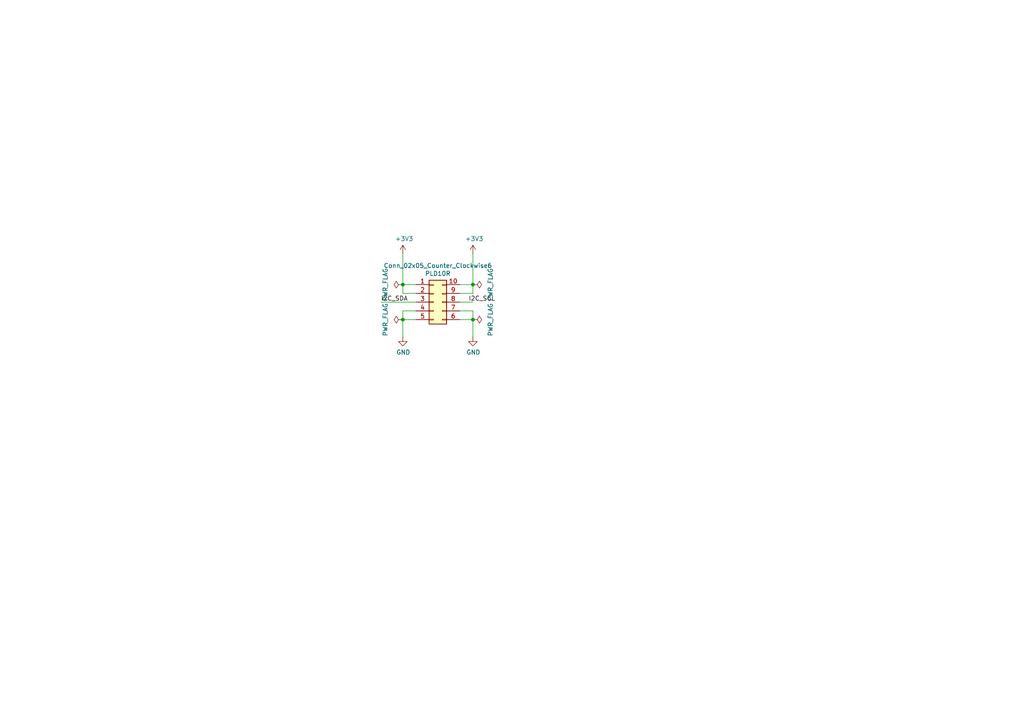
<source format=kicad_sch>
(kicad_sch
	(version 20231120)
	(generator "eeschema")
	(generator_version "8.0")
	(uuid "4319e02e-193b-465e-a4fb-c66fb7a9e273")
	(paper "A4")
	(lib_symbols
		(symbol "Connector_Generic:Conn_02x05_Counter_Clockwise"
			(pin_names
				(offset 1.016) hide)
			(exclude_from_sim no)
			(in_bom yes)
			(on_board yes)
			(property "Reference" "Conn_02x05_Counter_Clockwise6"
				(at 1.27 10.5918 0)
				(effects
					(font
						(size 1.27 1.27)
					)
				)
			)
			(property "Value" "PLD10R"
				(at 1.27 8.2804 0)
				(effects
					(font
						(size 1.27 1.27)
					)
				)
			)
			(property "Footprint" "Connector_PinHeader_2.54mm:PinHeader_2x05_P2.54mm_Horizontal"
				(at 0 0 0)
				(effects
					(font
						(size 1.27 1.27)
					)
					(hide yes)
				)
			)
			(property "Datasheet" "https://file.elecfans.com/web1/M00/81/AC/o4YBAFw2vnKAaVFEACnRtF3lcuA967.pdf"
				(at 0 0 0)
				(effects
					(font
						(size 1.27 1.27)
					)
					(hide yes)
				)
			)
			(property "Description" "Pin Headers spacing 2.54mm 10Pins (2x5) brass gold-plated elbow"
				(at 0 0 0)
				(effects
					(font
						(size 1.27 1.27)
					)
					(hide yes)
				)
			)
			(property "manf#" "A2541WR-2x5P"
				(at 0 0 0)
				(effects
					(font
						(size 1.27 1.27)
					)
					(hide yes)
				)
			)
			(property "ki_keywords" "connector"
				(at 0 0 0)
				(effects
					(font
						(size 1.27 1.27)
					)
					(hide yes)
				)
			)
			(property "ki_fp_filters" "Connector*:*_2x??_*"
				(at 0 0 0)
				(effects
					(font
						(size 1.27 1.27)
					)
					(hide yes)
				)
			)
			(symbol "Conn_02x05_Counter_Clockwise_1_1"
				(rectangle
					(start -1.27 -4.953)
					(end 0 -5.207)
					(stroke
						(width 0.1524)
						(type default)
					)
					(fill
						(type none)
					)
				)
				(rectangle
					(start -1.27 -2.413)
					(end 0 -2.667)
					(stroke
						(width 0.1524)
						(type default)
					)
					(fill
						(type none)
					)
				)
				(rectangle
					(start -1.27 0.127)
					(end 0 -0.127)
					(stroke
						(width 0.1524)
						(type default)
					)
					(fill
						(type none)
					)
				)
				(rectangle
					(start -1.27 2.54)
					(end 0 2.286)
					(stroke
						(width 0.1524)
						(type default)
					)
					(fill
						(type none)
					)
				)
				(rectangle
					(start -1.27 5.08)
					(end 0 4.826)
					(stroke
						(width 0.1524)
						(type default)
					)
					(fill
						(type none)
					)
				)
				(rectangle
					(start -1.27 6.35)
					(end 3.81 -6.35)
					(stroke
						(width 0.254)
						(type default)
					)
					(fill
						(type background)
					)
				)
				(rectangle
					(start 2.54 -2.413)
					(end 3.81 -2.667)
					(stroke
						(width 0.1524)
						(type default)
					)
					(fill
						(type none)
					)
				)
				(rectangle
					(start 2.54 2.54)
					(end 3.81 2.286)
					(stroke
						(width 0.1524)
						(type default)
					)
					(fill
						(type none)
					)
				)
				(rectangle
					(start 2.54 5.08)
					(end 3.81 4.826)
					(stroke
						(width 0.1524)
						(type default)
					)
					(fill
						(type none)
					)
				)
				(rectangle
					(start 3.81 -4.953)
					(end 2.54 -5.207)
					(stroke
						(width 0.1524)
						(type default)
					)
					(fill
						(type none)
					)
				)
				(rectangle
					(start 3.81 0.127)
					(end 2.54 -0.127)
					(stroke
						(width 0.1524)
						(type default)
					)
					(fill
						(type none)
					)
				)
				(pin passive line
					(at -5.08 5.08 0)
					(length 3.81)
					(name "Pin_1"
						(effects
							(font
								(size 1.27 1.27)
							)
						)
					)
					(number "1"
						(effects
							(font
								(size 1.27 1.27)
							)
						)
					)
				)
				(pin passive line
					(at 7.62 5.08 180)
					(length 3.81)
					(name "Pin_10"
						(effects
							(font
								(size 1.27 1.27)
							)
						)
					)
					(number "10"
						(effects
							(font
								(size 1.27 1.27)
							)
						)
					)
				)
				(pin passive line
					(at -5.08 2.54 0)
					(length 3.81)
					(name "Pin_2"
						(effects
							(font
								(size 1.27 1.27)
							)
						)
					)
					(number "2"
						(effects
							(font
								(size 1.27 1.27)
							)
						)
					)
				)
				(pin passive line
					(at -5.08 0 0)
					(length 3.81)
					(name "Pin_3"
						(effects
							(font
								(size 1.27 1.27)
							)
						)
					)
					(number "3"
						(effects
							(font
								(size 1.27 1.27)
							)
						)
					)
				)
				(pin passive line
					(at -5.08 -2.54 0)
					(length 3.81)
					(name "Pin_4"
						(effects
							(font
								(size 1.27 1.27)
							)
						)
					)
					(number "4"
						(effects
							(font
								(size 1.27 1.27)
							)
						)
					)
				)
				(pin passive line
					(at -5.08 -5.08 0)
					(length 3.81)
					(name "Pin_5"
						(effects
							(font
								(size 1.27 1.27)
							)
						)
					)
					(number "5"
						(effects
							(font
								(size 1.27 1.27)
							)
						)
					)
				)
				(pin passive line
					(at 7.62 -5.08 180)
					(length 3.81)
					(name "Pin_6"
						(effects
							(font
								(size 1.27 1.27)
							)
						)
					)
					(number "6"
						(effects
							(font
								(size 1.27 1.27)
							)
						)
					)
				)
				(pin passive line
					(at 7.62 -2.54 180)
					(length 3.81)
					(name "Pin_7"
						(effects
							(font
								(size 1.27 1.27)
							)
						)
					)
					(number "7"
						(effects
							(font
								(size 1.27 1.27)
							)
						)
					)
				)
				(pin passive line
					(at 7.62 0 180)
					(length 3.81)
					(name "Pin_8"
						(effects
							(font
								(size 1.27 1.27)
							)
						)
					)
					(number "8"
						(effects
							(font
								(size 1.27 1.27)
							)
						)
					)
				)
				(pin passive line
					(at 7.62 2.54 180)
					(length 3.81)
					(name "Pin_9"
						(effects
							(font
								(size 1.27 1.27)
							)
						)
					)
					(number "9"
						(effects
							(font
								(size 1.27 1.27)
							)
						)
					)
				)
			)
		)
		(symbol "motor_controller_50mm-rescue:+3.3V-power"
			(power)
			(pin_names
				(offset 0)
			)
			(exclude_from_sim no)
			(in_bom yes)
			(on_board yes)
			(property "Reference" "#PWR"
				(at 0 -3.81 0)
				(effects
					(font
						(size 1.27 1.27)
					)
					(hide yes)
				)
			)
			(property "Value" "+3.3V-power"
				(at 0 3.556 0)
				(effects
					(font
						(size 1.27 1.27)
					)
				)
			)
			(property "Footprint" ""
				(at 0 0 0)
				(effects
					(font
						(size 1.27 1.27)
					)
					(hide yes)
				)
			)
			(property "Datasheet" ""
				(at 0 0 0)
				(effects
					(font
						(size 1.27 1.27)
					)
					(hide yes)
				)
			)
			(property "Description" ""
				(at 0 0 0)
				(effects
					(font
						(size 1.27 1.27)
					)
					(hide yes)
				)
			)
			(symbol "+3.3V-power_0_1"
				(polyline
					(pts
						(xy -0.762 1.27) (xy 0 2.54)
					)
					(stroke
						(width 0)
						(type solid)
					)
					(fill
						(type none)
					)
				)
				(polyline
					(pts
						(xy 0 0) (xy 0 2.54)
					)
					(stroke
						(width 0)
						(type solid)
					)
					(fill
						(type none)
					)
				)
				(polyline
					(pts
						(xy 0 2.54) (xy 0.762 1.27)
					)
					(stroke
						(width 0)
						(type solid)
					)
					(fill
						(type none)
					)
				)
			)
			(symbol "+3.3V-power_1_1"
				(pin power_in line
					(at 0 0 90)
					(length 0) hide
					(name "+3V3"
						(effects
							(font
								(size 1.27 1.27)
							)
						)
					)
					(number "1"
						(effects
							(font
								(size 1.27 1.27)
							)
						)
					)
				)
			)
		)
		(symbol "power:GND"
			(power)
			(pin_numbers hide)
			(pin_names
				(offset 0) hide)
			(exclude_from_sim no)
			(in_bom yes)
			(on_board yes)
			(property "Reference" "#PWR"
				(at 0 -6.35 0)
				(effects
					(font
						(size 1.27 1.27)
					)
					(hide yes)
				)
			)
			(property "Value" "GND"
				(at 0 -3.81 0)
				(effects
					(font
						(size 1.27 1.27)
					)
				)
			)
			(property "Footprint" ""
				(at 0 0 0)
				(effects
					(font
						(size 1.27 1.27)
					)
					(hide yes)
				)
			)
			(property "Datasheet" ""
				(at 0 0 0)
				(effects
					(font
						(size 1.27 1.27)
					)
					(hide yes)
				)
			)
			(property "Description" "Power symbol creates a global label with name \"GND\" , ground"
				(at 0 0 0)
				(effects
					(font
						(size 1.27 1.27)
					)
					(hide yes)
				)
			)
			(property "ki_keywords" "global power"
				(at 0 0 0)
				(effects
					(font
						(size 1.27 1.27)
					)
					(hide yes)
				)
			)
			(symbol "GND_0_1"
				(polyline
					(pts
						(xy 0 0) (xy 0 -1.27) (xy 1.27 -1.27) (xy 0 -2.54) (xy -1.27 -1.27) (xy 0 -1.27)
					)
					(stroke
						(width 0)
						(type default)
					)
					(fill
						(type none)
					)
				)
			)
			(symbol "GND_1_1"
				(pin power_in line
					(at 0 0 270)
					(length 0)
					(name "~"
						(effects
							(font
								(size 1.27 1.27)
							)
						)
					)
					(number "1"
						(effects
							(font
								(size 1.27 1.27)
							)
						)
					)
				)
			)
		)
		(symbol "power:PWR_FLAG"
			(power)
			(pin_numbers hide)
			(pin_names
				(offset 0) hide)
			(exclude_from_sim no)
			(in_bom yes)
			(on_board yes)
			(property "Reference" "#FLG"
				(at 0 1.905 0)
				(effects
					(font
						(size 1.27 1.27)
					)
					(hide yes)
				)
			)
			(property "Value" "PWR_FLAG"
				(at 0 3.81 0)
				(effects
					(font
						(size 1.27 1.27)
					)
				)
			)
			(property "Footprint" ""
				(at 0 0 0)
				(effects
					(font
						(size 1.27 1.27)
					)
					(hide yes)
				)
			)
			(property "Datasheet" "~"
				(at 0 0 0)
				(effects
					(font
						(size 1.27 1.27)
					)
					(hide yes)
				)
			)
			(property "Description" "Special symbol for telling ERC where power comes from"
				(at 0 0 0)
				(effects
					(font
						(size 1.27 1.27)
					)
					(hide yes)
				)
			)
			(property "ki_keywords" "flag power"
				(at 0 0 0)
				(effects
					(font
						(size 1.27 1.27)
					)
					(hide yes)
				)
			)
			(symbol "PWR_FLAG_0_0"
				(pin power_out line
					(at 0 0 90)
					(length 0)
					(name "~"
						(effects
							(font
								(size 1.27 1.27)
							)
						)
					)
					(number "1"
						(effects
							(font
								(size 1.27 1.27)
							)
						)
					)
				)
			)
			(symbol "PWR_FLAG_0_1"
				(polyline
					(pts
						(xy 0 0) (xy 0 1.27) (xy -1.016 1.905) (xy 0 2.54) (xy 1.016 1.905) (xy 0 1.27)
					)
					(stroke
						(width 0)
						(type default)
					)
					(fill
						(type none)
					)
				)
			)
		)
	)
	(junction
		(at 116.84 82.55)
		(diameter 0)
		(color 0 0 0 0)
		(uuid "84599fa5-6a90-4764-8f8d-f6f4f436ab1e")
	)
	(junction
		(at 116.84 92.71)
		(diameter 0)
		(color 0 0 0 0)
		(uuid "b290fa5b-5675-4f43-95d9-9e8d4f36c38d")
	)
	(junction
		(at 137.16 92.71)
		(diameter 0)
		(color 0 0 0 0)
		(uuid "c702e141-b196-42fd-aeb5-73e7c609d504")
	)
	(junction
		(at 137.16 82.55)
		(diameter 0)
		(color 0 0 0 0)
		(uuid "e43aaf31-fc05-4d97-af30-f1d43b0b93f6")
	)
	(wire
		(pts
			(xy 137.16 97.79) (xy 137.16 92.71)
		)
		(stroke
			(width 0)
			(type default)
		)
		(uuid "0d86fe51-c57b-499b-8f5e-479a31f997e8")
	)
	(wire
		(pts
			(xy 116.84 92.71) (xy 116.84 97.79)
		)
		(stroke
			(width 0)
			(type default)
		)
		(uuid "1bb539e2-b2cb-4818-9bc5-1095ef00ad95")
	)
	(wire
		(pts
			(xy 133.35 90.17) (xy 137.16 90.17)
		)
		(stroke
			(width 0)
			(type default)
		)
		(uuid "256444af-f560-484c-9f2f-4e08c0bf5a2b")
	)
	(wire
		(pts
			(xy 137.16 82.55) (xy 137.16 73.66)
		)
		(stroke
			(width 0)
			(type default)
		)
		(uuid "40cf51c2-109f-4e22-9d78-8d6adf6154e2")
	)
	(wire
		(pts
			(xy 137.16 85.09) (xy 137.16 82.55)
		)
		(stroke
			(width 0)
			(type default)
		)
		(uuid "6045ae10-fd59-4fde-b81e-72db9631d9a2")
	)
	(wire
		(pts
			(xy 116.84 82.55) (xy 116.84 73.66)
		)
		(stroke
			(width 0)
			(type default)
		)
		(uuid "69c87580-9f76-4eaa-a0b9-c278ca101c1c")
	)
	(wire
		(pts
			(xy 137.16 82.55) (xy 133.35 82.55)
		)
		(stroke
			(width 0)
			(type default)
		)
		(uuid "7404899d-6273-45b8-8723-575ac758570b")
	)
	(wire
		(pts
			(xy 116.84 90.17) (xy 116.84 92.71)
		)
		(stroke
			(width 0)
			(type default)
		)
		(uuid "81fc80af-e343-455a-a566-0e071e3d8e1c")
	)
	(wire
		(pts
			(xy 137.16 87.63) (xy 133.35 87.63)
		)
		(stroke
			(width 0)
			(type default)
		)
		(uuid "84456765-dbce-4fd6-9d08-3dd949349865")
	)
	(wire
		(pts
			(xy 120.65 82.55) (xy 116.84 82.55)
		)
		(stroke
			(width 0)
			(type default)
		)
		(uuid "90a2c395-679c-458d-b78d-af3f4b20cf3b")
	)
	(wire
		(pts
			(xy 120.65 87.63) (xy 110.49 87.63)
		)
		(stroke
			(width 0)
			(type default)
		)
		(uuid "935e0719-2578-4de7-b01e-01f9f99a10cb")
	)
	(wire
		(pts
			(xy 133.35 85.09) (xy 137.16 85.09)
		)
		(stroke
			(width 0)
			(type default)
		)
		(uuid "ace646f2-b682-4271-8f73-e1a189988fbf")
	)
	(wire
		(pts
			(xy 137.16 92.71) (xy 133.35 92.71)
		)
		(stroke
			(width 0)
			(type default)
		)
		(uuid "af721db2-1637-43fd-9463-b7f43b4e3775")
	)
	(wire
		(pts
			(xy 116.84 85.09) (xy 120.65 85.09)
		)
		(stroke
			(width 0)
			(type default)
		)
		(uuid "b8d6e8e7-476d-4bc9-bf6d-1356f01c7c8d")
	)
	(wire
		(pts
			(xy 137.16 90.17) (xy 137.16 92.71)
		)
		(stroke
			(width 0)
			(type default)
		)
		(uuid "de9b9cc3-217b-4fd9-ac67-732de89e14fd")
	)
	(wire
		(pts
			(xy 120.65 90.17) (xy 116.84 90.17)
		)
		(stroke
			(width 0)
			(type default)
		)
		(uuid "e0beb59e-22fd-4fca-b770-f724674d0b4b")
	)
	(wire
		(pts
			(xy 116.84 82.55) (xy 116.84 85.09)
		)
		(stroke
			(width 0)
			(type default)
		)
		(uuid "eff5a1b0-a357-4d3a-af32-2b012cd068a7")
	)
	(wire
		(pts
			(xy 116.84 92.71) (xy 120.65 92.71)
		)
		(stroke
			(width 0)
			(type default)
		)
		(uuid "fd2de58e-ac12-4a3a-ac16-cd76dd6acc52")
	)
	(label "I2C_SCL"
		(at 135.89 87.63 0)
		(fields_autoplaced yes)
		(effects
			(font
				(size 1.27 1.27)
			)
			(justify left bottom)
		)
		(uuid "201a684d-7e12-4512-af00-84372b558fdf")
	)
	(label "I2C_SDA"
		(at 110.49 87.63 0)
		(fields_autoplaced yes)
		(effects
			(font
				(size 1.27 1.27)
			)
			(justify left bottom)
		)
		(uuid "873ebe23-235a-4e1c-a5aa-0c92d0f4f57b")
	)
	(symbol
		(lib_id "motor_controller_50mm-rescue:+3.3V-power")
		(at 116.84 73.66 0)
		(unit 1)
		(exclude_from_sim no)
		(in_bom yes)
		(on_board yes)
		(dnp no)
		(uuid "19cfe40d-419e-4c7d-80b6-ffa3fbcdbfb4")
		(property "Reference" "#PWR033"
			(at 116.84 77.47 0)
			(effects
				(font
					(size 1.27 1.27)
				)
				(hide yes)
			)
		)
		(property "Value" "+3V3"
			(at 117.221 69.2658 0)
			(effects
				(font
					(size 1.27 1.27)
				)
			)
		)
		(property "Footprint" ""
			(at 116.84 73.66 0)
			(effects
				(font
					(size 1.27 1.27)
				)
				(hide yes)
			)
		)
		(property "Datasheet" ""
			(at 116.84 73.66 0)
			(effects
				(font
					(size 1.27 1.27)
				)
				(hide yes)
			)
		)
		(property "Description" ""
			(at 116.84 73.66 0)
			(effects
				(font
					(size 1.27 1.27)
				)
				(hide yes)
			)
		)
		(pin "1"
			(uuid "038f3347-a8a1-4e38-97d0-d3dcd70d5a6a")
		)
		(instances
			(project "Controllers"
				(path "/0d975edd-657e-4ffa-a06b-b9e7874b08d6/1641af59-1197-4a35-8f18-d13b53c1fdaa/c671fc30-5732-4f67-b0bf-1a81538a21bf"
					(reference "#PWR0398")
					(unit 1)
				)
				(path "/0d975edd-657e-4ffa-a06b-b9e7874b08d6/24c0eb69-bd76-4742-bef9-535118effb30/c671fc30-5732-4f67-b0bf-1a81538a21bf"
					(reference "#PWR0106")
					(unit 1)
				)
				(path "/0d975edd-657e-4ffa-a06b-b9e7874b08d6/4d5ea5bf-2113-48a7-8fec-5f7f187eb6ac/c671fc30-5732-4f67-b0bf-1a81538a21bf"
					(reference "#PWR0325")
					(unit 1)
				)
				(path "/0d975edd-657e-4ffa-a06b-b9e7874b08d6/566aeadd-41eb-48d5-bdea-638f7a89d2bc/c671fc30-5732-4f67-b0bf-1a81538a21bf"
					(reference "#PWR033")
					(unit 1)
				)
				(path "/0d975edd-657e-4ffa-a06b-b9e7874b08d6/5fd9ddc7-22ac-4d93-8633-286cdab7cc37/c671fc30-5732-4f67-b0bf-1a81538a21bf"
					(reference "#PWR0179")
					(unit 1)
				)
				(path "/0d975edd-657e-4ffa-a06b-b9e7874b08d6/cb50d06f-fd5f-4d76-ab9f-279452512cbc/c671fc30-5732-4f67-b0bf-1a81538a21bf"
					(reference "#PWR0252")
					(unit 1)
				)
			)
		)
	)
	(symbol
		(lib_id "power:GND")
		(at 116.84 97.79 0)
		(unit 1)
		(exclude_from_sim no)
		(in_bom yes)
		(on_board yes)
		(dnp no)
		(uuid "3f80a26b-fd1a-47a5-b1fa-e443e1c27279")
		(property "Reference" "#PWR034"
			(at 116.84 104.14 0)
			(effects
				(font
					(size 1.27 1.27)
				)
				(hide yes)
			)
		)
		(property "Value" "GND"
			(at 116.967 102.1842 0)
			(effects
				(font
					(size 1.27 1.27)
				)
			)
		)
		(property "Footprint" ""
			(at 116.84 97.79 0)
			(effects
				(font
					(size 1.27 1.27)
				)
				(hide yes)
			)
		)
		(property "Datasheet" ""
			(at 116.84 97.79 0)
			(effects
				(font
					(size 1.27 1.27)
				)
				(hide yes)
			)
		)
		(property "Description" "Power symbol creates a global label with name \"GND\" , ground"
			(at 116.84 97.79 0)
			(effects
				(font
					(size 1.27 1.27)
				)
				(hide yes)
			)
		)
		(pin "1"
			(uuid "1c29d682-b9be-4f41-8ce4-a5c4dedb4f2a")
		)
		(instances
			(project "Controllers"
				(path "/0d975edd-657e-4ffa-a06b-b9e7874b08d6/1641af59-1197-4a35-8f18-d13b53c1fdaa/c671fc30-5732-4f67-b0bf-1a81538a21bf"
					(reference "#PWR0399")
					(unit 1)
				)
				(path "/0d975edd-657e-4ffa-a06b-b9e7874b08d6/24c0eb69-bd76-4742-bef9-535118effb30/c671fc30-5732-4f67-b0bf-1a81538a21bf"
					(reference "#PWR0107")
					(unit 1)
				)
				(path "/0d975edd-657e-4ffa-a06b-b9e7874b08d6/4d5ea5bf-2113-48a7-8fec-5f7f187eb6ac/c671fc30-5732-4f67-b0bf-1a81538a21bf"
					(reference "#PWR0326")
					(unit 1)
				)
				(path "/0d975edd-657e-4ffa-a06b-b9e7874b08d6/566aeadd-41eb-48d5-bdea-638f7a89d2bc/c671fc30-5732-4f67-b0bf-1a81538a21bf"
					(reference "#PWR034")
					(unit 1)
				)
				(path "/0d975edd-657e-4ffa-a06b-b9e7874b08d6/5fd9ddc7-22ac-4d93-8633-286cdab7cc37/c671fc30-5732-4f67-b0bf-1a81538a21bf"
					(reference "#PWR0180")
					(unit 1)
				)
				(path "/0d975edd-657e-4ffa-a06b-b9e7874b08d6/cb50d06f-fd5f-4d76-ab9f-279452512cbc/c671fc30-5732-4f67-b0bf-1a81538a21bf"
					(reference "#PWR0253")
					(unit 1)
				)
			)
		)
	)
	(symbol
		(lib_id "Connector_Generic:Conn_02x05_Counter_Clockwise")
		(at 125.73 87.63 0)
		(unit 1)
		(exclude_from_sim no)
		(in_bom yes)
		(on_board yes)
		(dnp no)
		(uuid "5e99020b-6b53-4c18-9f0a-dbad2996d044")
		(property "Reference" "Conn_02x05_Counter_Clockwise1"
			(at 127 77.0382 0)
			(effects
				(font
					(size 1.27 1.27)
				)
			)
		)
		(property "Value" "PLD10R"
			(at 127 79.3496 0)
			(effects
				(font
					(size 1.27 1.27)
				)
			)
		)
		(property "Footprint" "Connector_PinHeader_2.54mm:PinHeader_2x05_P2.54mm_Horizontal"
			(at 125.73 87.63 0)
			(effects
				(font
					(size 1.27 1.27)
				)
				(hide yes)
			)
		)
		(property "Datasheet" "https://file.elecfans.com/web1/M00/81/AC/o4YBAFw2vnKAaVFEACnRtF3lcuA967.pdf"
			(at 125.73 87.63 0)
			(effects
				(font
					(size 1.27 1.27)
				)
				(hide yes)
			)
		)
		(property "Description" "Pin Headers spacing 2.54mm 10Pins (2x5) brass gold-plated elbow"
			(at 125.73 87.63 0)
			(effects
				(font
					(size 1.27 1.27)
				)
				(hide yes)
			)
		)
		(property "manf#" "A2541WR-2x5P"
			(at 125.73 87.63 0)
			(effects
				(font
					(size 1.27 1.27)
				)
				(hide yes)
			)
		)
		(pin "1"
			(uuid "fd430c3b-8c2c-4660-807b-55eb17f3f12a")
		)
		(pin "10"
			(uuid "f6884db0-26bf-4937-b6b0-470fe19018c1")
		)
		(pin "3"
			(uuid "26f5b965-3181-4d62-90e2-30fa185ac953")
		)
		(pin "4"
			(uuid "58a153d4-ac97-4680-918b-1ffde4fb6c06")
		)
		(pin "5"
			(uuid "0b139a4b-5129-4c55-80b3-e60a0a01e9f3")
		)
		(pin "6"
			(uuid "2489b9f9-d7f7-4395-a892-e06abf16d6e7")
		)
		(pin "7"
			(uuid "4f56313f-4f1e-4bb7-8c40-5b0146c20d3c")
		)
		(pin "8"
			(uuid "c447b2f8-55db-4d79-b8e8-5ac0633ce6cd")
		)
		(pin "2"
			(uuid "7e93f489-193f-4dda-b29c-10fcc5acb108")
		)
		(pin "9"
			(uuid "8e497cc6-9b8b-4bad-ba2b-2abf304ddd79")
		)
		(instances
			(project "Controllers"
				(path "/0d975edd-657e-4ffa-a06b-b9e7874b08d6/1641af59-1197-4a35-8f18-d13b53c1fdaa/c671fc30-5732-4f67-b0bf-1a81538a21bf"
					(reference "Conn_02x05_Counter_Clockwise6")
					(unit 1)
				)
				(path "/0d975edd-657e-4ffa-a06b-b9e7874b08d6/24c0eb69-bd76-4742-bef9-535118effb30/c671fc30-5732-4f67-b0bf-1a81538a21bf"
					(reference "Conn_02x05_Counter_Clockwise2")
					(unit 1)
				)
				(path "/0d975edd-657e-4ffa-a06b-b9e7874b08d6/4d5ea5bf-2113-48a7-8fec-5f7f187eb6ac/c671fc30-5732-4f67-b0bf-1a81538a21bf"
					(reference "Conn_02x05_Counter_Clockwise5")
					(unit 1)
				)
				(path "/0d975edd-657e-4ffa-a06b-b9e7874b08d6/566aeadd-41eb-48d5-bdea-638f7a89d2bc/c671fc30-5732-4f67-b0bf-1a81538a21bf"
					(reference "Conn_02x05_Counter_Clockwise1")
					(unit 1)
				)
				(path "/0d975edd-657e-4ffa-a06b-b9e7874b08d6/5fd9ddc7-22ac-4d93-8633-286cdab7cc37/c671fc30-5732-4f67-b0bf-1a81538a21bf"
					(reference "Conn_02x05_Counter_Clockwise3")
					(unit 1)
				)
				(path "/0d975edd-657e-4ffa-a06b-b9e7874b08d6/cb50d06f-fd5f-4d76-ab9f-279452512cbc/c671fc30-5732-4f67-b0bf-1a81538a21bf"
					(reference "Conn_02x05_Counter_Clockwise4")
					(unit 1)
				)
			)
		)
	)
	(symbol
		(lib_id "power:PWR_FLAG")
		(at 137.16 82.55 270)
		(mirror x)
		(unit 1)
		(exclude_from_sim no)
		(in_bom yes)
		(on_board yes)
		(dnp no)
		(uuid "7d5efff9-a5da-4fb9-b456-a58fc174df5b")
		(property "Reference" "#FLG021"
			(at 139.065 82.55 0)
			(effects
				(font
					(size 1.27 1.27)
				)
				(hide yes)
			)
		)
		(property "Value" "PWR_FLAG"
			(at 142.24 82.55 0)
			(effects
				(font
					(size 1.27 1.27)
				)
			)
		)
		(property "Footprint" ""
			(at 137.16 82.55 0)
			(effects
				(font
					(size 1.27 1.27)
				)
				(hide yes)
			)
		)
		(property "Datasheet" "~"
			(at 137.16 82.55 0)
			(effects
				(font
					(size 1.27 1.27)
				)
				(hide yes)
			)
		)
		(property "Description" "Special symbol for telling ERC where power comes from"
			(at 137.16 82.55 0)
			(effects
				(font
					(size 1.27 1.27)
				)
				(hide yes)
			)
		)
		(pin "1"
			(uuid "c18fdeb6-3aad-4af5-b065-21cc754d0df6")
		)
		(instances
			(project "Controllers"
				(path "/0d975edd-657e-4ffa-a06b-b9e7874b08d6/1641af59-1197-4a35-8f18-d13b53c1fdaa/c671fc30-5732-4f67-b0bf-1a81538a21bf"
					(reference "#FLG041")
					(unit 1)
				)
				(path "/0d975edd-657e-4ffa-a06b-b9e7874b08d6/24c0eb69-bd76-4742-bef9-535118effb30/c671fc30-5732-4f67-b0bf-1a81538a21bf"
					(reference "#FLG025")
					(unit 1)
				)
				(path "/0d975edd-657e-4ffa-a06b-b9e7874b08d6/4d5ea5bf-2113-48a7-8fec-5f7f187eb6ac/c671fc30-5732-4f67-b0bf-1a81538a21bf"
					(reference "#FLG037")
					(unit 1)
				)
				(path "/0d975edd-657e-4ffa-a06b-b9e7874b08d6/566aeadd-41eb-48d5-bdea-638f7a89d2bc/c671fc30-5732-4f67-b0bf-1a81538a21bf"
					(reference "#FLG021")
					(unit 1)
				)
				(path "/0d975edd-657e-4ffa-a06b-b9e7874b08d6/5fd9ddc7-22ac-4d93-8633-286cdab7cc37/c671fc30-5732-4f67-b0bf-1a81538a21bf"
					(reference "#FLG029")
					(unit 1)
				)
				(path "/0d975edd-657e-4ffa-a06b-b9e7874b08d6/cb50d06f-fd5f-4d76-ab9f-279452512cbc/c671fc30-5732-4f67-b0bf-1a81538a21bf"
					(reference "#FLG033")
					(unit 1)
				)
			)
		)
	)
	(symbol
		(lib_id "power:PWR_FLAG")
		(at 116.84 92.71 90)
		(mirror x)
		(unit 1)
		(exclude_from_sim no)
		(in_bom yes)
		(on_board yes)
		(dnp no)
		(uuid "902c3f47-9f46-4817-9401-45a74e6fa457")
		(property "Reference" "#FLG020"
			(at 114.935 92.71 0)
			(effects
				(font
					(size 1.27 1.27)
				)
				(hide yes)
			)
		)
		(property "Value" "PWR_FLAG"
			(at 111.76 92.71 0)
			(effects
				(font
					(size 1.27 1.27)
				)
			)
		)
		(property "Footprint" ""
			(at 116.84 92.71 0)
			(effects
				(font
					(size 1.27 1.27)
				)
				(hide yes)
			)
		)
		(property "Datasheet" "~"
			(at 116.84 92.71 0)
			(effects
				(font
					(size 1.27 1.27)
				)
				(hide yes)
			)
		)
		(property "Description" "Special symbol for telling ERC where power comes from"
			(at 116.84 92.71 0)
			(effects
				(font
					(size 1.27 1.27)
				)
				(hide yes)
			)
		)
		(pin "1"
			(uuid "ffa32065-90e7-42cd-8cd7-7b0586960126")
		)
		(instances
			(project "Controllers"
				(path "/0d975edd-657e-4ffa-a06b-b9e7874b08d6/1641af59-1197-4a35-8f18-d13b53c1fdaa/c671fc30-5732-4f67-b0bf-1a81538a21bf"
					(reference "#FLG040")
					(unit 1)
				)
				(path "/0d975edd-657e-4ffa-a06b-b9e7874b08d6/24c0eb69-bd76-4742-bef9-535118effb30/c671fc30-5732-4f67-b0bf-1a81538a21bf"
					(reference "#FLG024")
					(unit 1)
				)
				(path "/0d975edd-657e-4ffa-a06b-b9e7874b08d6/4d5ea5bf-2113-48a7-8fec-5f7f187eb6ac/c671fc30-5732-4f67-b0bf-1a81538a21bf"
					(reference "#FLG036")
					(unit 1)
				)
				(path "/0d975edd-657e-4ffa-a06b-b9e7874b08d6/566aeadd-41eb-48d5-bdea-638f7a89d2bc/c671fc30-5732-4f67-b0bf-1a81538a21bf"
					(reference "#FLG020")
					(unit 1)
				)
				(path "/0d975edd-657e-4ffa-a06b-b9e7874b08d6/5fd9ddc7-22ac-4d93-8633-286cdab7cc37/c671fc30-5732-4f67-b0bf-1a81538a21bf"
					(reference "#FLG028")
					(unit 1)
				)
				(path "/0d975edd-657e-4ffa-a06b-b9e7874b08d6/cb50d06f-fd5f-4d76-ab9f-279452512cbc/c671fc30-5732-4f67-b0bf-1a81538a21bf"
					(reference "#FLG032")
					(unit 1)
				)
			)
		)
	)
	(symbol
		(lib_id "power:PWR_FLAG")
		(at 116.84 82.55 90)
		(mirror x)
		(unit 1)
		(exclude_from_sim no)
		(in_bom yes)
		(on_board yes)
		(dnp no)
		(uuid "95df8b2f-4aa8-4f6f-9fcf-ec408a1b61a2")
		(property "Reference" "#FLG019"
			(at 114.935 82.55 0)
			(effects
				(font
					(size 1.27 1.27)
				)
				(hide yes)
			)
		)
		(property "Value" "PWR_FLAG"
			(at 111.76 82.55 0)
			(effects
				(font
					(size 1.27 1.27)
				)
			)
		)
		(property "Footprint" ""
			(at 116.84 82.55 0)
			(effects
				(font
					(size 1.27 1.27)
				)
				(hide yes)
			)
		)
		(property "Datasheet" "~"
			(at 116.84 82.55 0)
			(effects
				(font
					(size 1.27 1.27)
				)
				(hide yes)
			)
		)
		(property "Description" "Special symbol for telling ERC where power comes from"
			(at 116.84 82.55 0)
			(effects
				(font
					(size 1.27 1.27)
				)
				(hide yes)
			)
		)
		(pin "1"
			(uuid "d8711d3c-e8e7-4b2f-a4b3-367d1282e38d")
		)
		(instances
			(project "Controllers"
				(path "/0d975edd-657e-4ffa-a06b-b9e7874b08d6/1641af59-1197-4a35-8f18-d13b53c1fdaa/c671fc30-5732-4f67-b0bf-1a81538a21bf"
					(reference "#FLG039")
					(unit 1)
				)
				(path "/0d975edd-657e-4ffa-a06b-b9e7874b08d6/24c0eb69-bd76-4742-bef9-535118effb30/c671fc30-5732-4f67-b0bf-1a81538a21bf"
					(reference "#FLG023")
					(unit 1)
				)
				(path "/0d975edd-657e-4ffa-a06b-b9e7874b08d6/4d5ea5bf-2113-48a7-8fec-5f7f187eb6ac/c671fc30-5732-4f67-b0bf-1a81538a21bf"
					(reference "#FLG035")
					(unit 1)
				)
				(path "/0d975edd-657e-4ffa-a06b-b9e7874b08d6/566aeadd-41eb-48d5-bdea-638f7a89d2bc/c671fc30-5732-4f67-b0bf-1a81538a21bf"
					(reference "#FLG019")
					(unit 1)
				)
				(path "/0d975edd-657e-4ffa-a06b-b9e7874b08d6/5fd9ddc7-22ac-4d93-8633-286cdab7cc37/c671fc30-5732-4f67-b0bf-1a81538a21bf"
					(reference "#FLG027")
					(unit 1)
				)
				(path "/0d975edd-657e-4ffa-a06b-b9e7874b08d6/cb50d06f-fd5f-4d76-ab9f-279452512cbc/c671fc30-5732-4f67-b0bf-1a81538a21bf"
					(reference "#FLG031")
					(unit 1)
				)
			)
		)
	)
	(symbol
		(lib_id "motor_controller_50mm-rescue:+3.3V-power")
		(at 137.16 73.66 0)
		(unit 1)
		(exclude_from_sim no)
		(in_bom yes)
		(on_board yes)
		(dnp no)
		(uuid "a2e02726-85e6-4ba5-a6ca-de9f56f9e0b3")
		(property "Reference" "#PWR038"
			(at 137.16 77.47 0)
			(effects
				(font
					(size 1.27 1.27)
				)
				(hide yes)
			)
		)
		(property "Value" "+3V3"
			(at 137.541 69.2658 0)
			(effects
				(font
					(size 1.27 1.27)
				)
			)
		)
		(property "Footprint" ""
			(at 137.16 73.66 0)
			(effects
				(font
					(size 1.27 1.27)
				)
				(hide yes)
			)
		)
		(property "Datasheet" ""
			(at 137.16 73.66 0)
			(effects
				(font
					(size 1.27 1.27)
				)
				(hide yes)
			)
		)
		(property "Description" ""
			(at 137.16 73.66 0)
			(effects
				(font
					(size 1.27 1.27)
				)
				(hide yes)
			)
		)
		(pin "1"
			(uuid "53b52eb5-7aa6-4141-b5f7-c56e0a5b97f5")
		)
		(instances
			(project "Controllers"
				(path "/0d975edd-657e-4ffa-a06b-b9e7874b08d6/1641af59-1197-4a35-8f18-d13b53c1fdaa/c671fc30-5732-4f67-b0bf-1a81538a21bf"
					(reference "#PWR0403")
					(unit 1)
				)
				(path "/0d975edd-657e-4ffa-a06b-b9e7874b08d6/24c0eb69-bd76-4742-bef9-535118effb30/c671fc30-5732-4f67-b0bf-1a81538a21bf"
					(reference "#PWR0111")
					(unit 1)
				)
				(path "/0d975edd-657e-4ffa-a06b-b9e7874b08d6/4d5ea5bf-2113-48a7-8fec-5f7f187eb6ac/c671fc30-5732-4f67-b0bf-1a81538a21bf"
					(reference "#PWR0330")
					(unit 1)
				)
				(path "/0d975edd-657e-4ffa-a06b-b9e7874b08d6/566aeadd-41eb-48d5-bdea-638f7a89d2bc/c671fc30-5732-4f67-b0bf-1a81538a21bf"
					(reference "#PWR038")
					(unit 1)
				)
				(path "/0d975edd-657e-4ffa-a06b-b9e7874b08d6/5fd9ddc7-22ac-4d93-8633-286cdab7cc37/c671fc30-5732-4f67-b0bf-1a81538a21bf"
					(reference "#PWR0184")
					(unit 1)
				)
				(path "/0d975edd-657e-4ffa-a06b-b9e7874b08d6/cb50d06f-fd5f-4d76-ab9f-279452512cbc/c671fc30-5732-4f67-b0bf-1a81538a21bf"
					(reference "#PWR0257")
					(unit 1)
				)
			)
		)
	)
	(symbol
		(lib_id "power:GND")
		(at 137.16 97.79 0)
		(unit 1)
		(exclude_from_sim no)
		(in_bom yes)
		(on_board yes)
		(dnp no)
		(uuid "d5aac8c8-1f32-420e-bf9a-8d01d2d6593d")
		(property "Reference" "#PWR039"
			(at 137.16 104.14 0)
			(effects
				(font
					(size 1.27 1.27)
				)
				(hide yes)
			)
		)
		(property "Value" "GND"
			(at 137.287 102.1842 0)
			(effects
				(font
					(size 1.27 1.27)
				)
			)
		)
		(property "Footprint" ""
			(at 137.16 97.79 0)
			(effects
				(font
					(size 1.27 1.27)
				)
				(hide yes)
			)
		)
		(property "Datasheet" ""
			(at 137.16 97.79 0)
			(effects
				(font
					(size 1.27 1.27)
				)
				(hide yes)
			)
		)
		(property "Description" "Power symbol creates a global label with name \"GND\" , ground"
			(at 137.16 97.79 0)
			(effects
				(font
					(size 1.27 1.27)
				)
				(hide yes)
			)
		)
		(pin "1"
			(uuid "fe88e6e8-d5aa-4418-b690-465facb824bb")
		)
		(instances
			(project "Controllers"
				(path "/0d975edd-657e-4ffa-a06b-b9e7874b08d6/1641af59-1197-4a35-8f18-d13b53c1fdaa/c671fc30-5732-4f67-b0bf-1a81538a21bf"
					(reference "#PWR0404")
					(unit 1)
				)
				(path "/0d975edd-657e-4ffa-a06b-b9e7874b08d6/24c0eb69-bd76-4742-bef9-535118effb30/c671fc30-5732-4f67-b0bf-1a81538a21bf"
					(reference "#PWR0112")
					(unit 1)
				)
				(path "/0d975edd-657e-4ffa-a06b-b9e7874b08d6/4d5ea5bf-2113-48a7-8fec-5f7f187eb6ac/c671fc30-5732-4f67-b0bf-1a81538a21bf"
					(reference "#PWR0331")
					(unit 1)
				)
				(path "/0d975edd-657e-4ffa-a06b-b9e7874b08d6/566aeadd-41eb-48d5-bdea-638f7a89d2bc/c671fc30-5732-4f67-b0bf-1a81538a21bf"
					(reference "#PWR039")
					(unit 1)
				)
				(path "/0d975edd-657e-4ffa-a06b-b9e7874b08d6/5fd9ddc7-22ac-4d93-8633-286cdab7cc37/c671fc30-5732-4f67-b0bf-1a81538a21bf"
					(reference "#PWR0185")
					(unit 1)
				)
				(path "/0d975edd-657e-4ffa-a06b-b9e7874b08d6/cb50d06f-fd5f-4d76-ab9f-279452512cbc/c671fc30-5732-4f67-b0bf-1a81538a21bf"
					(reference "#PWR0258")
					(unit 1)
				)
			)
		)
	)
	(symbol
		(lib_id "power:PWR_FLAG")
		(at 137.16 92.71 270)
		(mirror x)
		(unit 1)
		(exclude_from_sim no)
		(in_bom yes)
		(on_board yes)
		(dnp no)
		(uuid "f96f04c2-246d-498b-ae09-7042683540c4")
		(property "Reference" "#FLG022"
			(at 139.065 92.71 0)
			(effects
				(font
					(size 1.27 1.27)
				)
				(hide yes)
			)
		)
		(property "Value" "PWR_FLAG"
			(at 142.24 92.71 0)
			(effects
				(font
					(size 1.27 1.27)
				)
			)
		)
		(property "Footprint" ""
			(at 137.16 92.71 0)
			(effects
				(font
					(size 1.27 1.27)
				)
				(hide yes)
			)
		)
		(property "Datasheet" "~"
			(at 137.16 92.71 0)
			(effects
				(font
					(size 1.27 1.27)
				)
				(hide yes)
			)
		)
		(property "Description" "Special symbol for telling ERC where power comes from"
			(at 137.16 92.71 0)
			(effects
				(font
					(size 1.27 1.27)
				)
				(hide yes)
			)
		)
		(pin "1"
			(uuid "ad6ae5c6-68c3-4faf-9bb1-7effc939a889")
		)
		(instances
			(project "Controllers"
				(path "/0d975edd-657e-4ffa-a06b-b9e7874b08d6/1641af59-1197-4a35-8f18-d13b53c1fdaa/c671fc30-5732-4f67-b0bf-1a81538a21bf"
					(reference "#FLG042")
					(unit 1)
				)
				(path "/0d975edd-657e-4ffa-a06b-b9e7874b08d6/24c0eb69-bd76-4742-bef9-535118effb30/c671fc30-5732-4f67-b0bf-1a81538a21bf"
					(reference "#FLG026")
					(unit 1)
				)
				(path "/0d975edd-657e-4ffa-a06b-b9e7874b08d6/4d5ea5bf-2113-48a7-8fec-5f7f187eb6ac/c671fc30-5732-4f67-b0bf-1a81538a21bf"
					(reference "#FLG038")
					(unit 1)
				)
				(path "/0d975edd-657e-4ffa-a06b-b9e7874b08d6/566aeadd-41eb-48d5-bdea-638f7a89d2bc/c671fc30-5732-4f67-b0bf-1a81538a21bf"
					(reference "#FLG022")
					(unit 1)
				)
				(path "/0d975edd-657e-4ffa-a06b-b9e7874b08d6/5fd9ddc7-22ac-4d93-8633-286cdab7cc37/c671fc30-5732-4f67-b0bf-1a81538a21bf"
					(reference "#FLG030")
					(unit 1)
				)
				(path "/0d975edd-657e-4ffa-a06b-b9e7874b08d6/cb50d06f-fd5f-4d76-ab9f-279452512cbc/c671fc30-5732-4f67-b0bf-1a81538a21bf"
					(reference "#FLG034")
					(unit 1)
				)
			)
		)
	)
)

</source>
